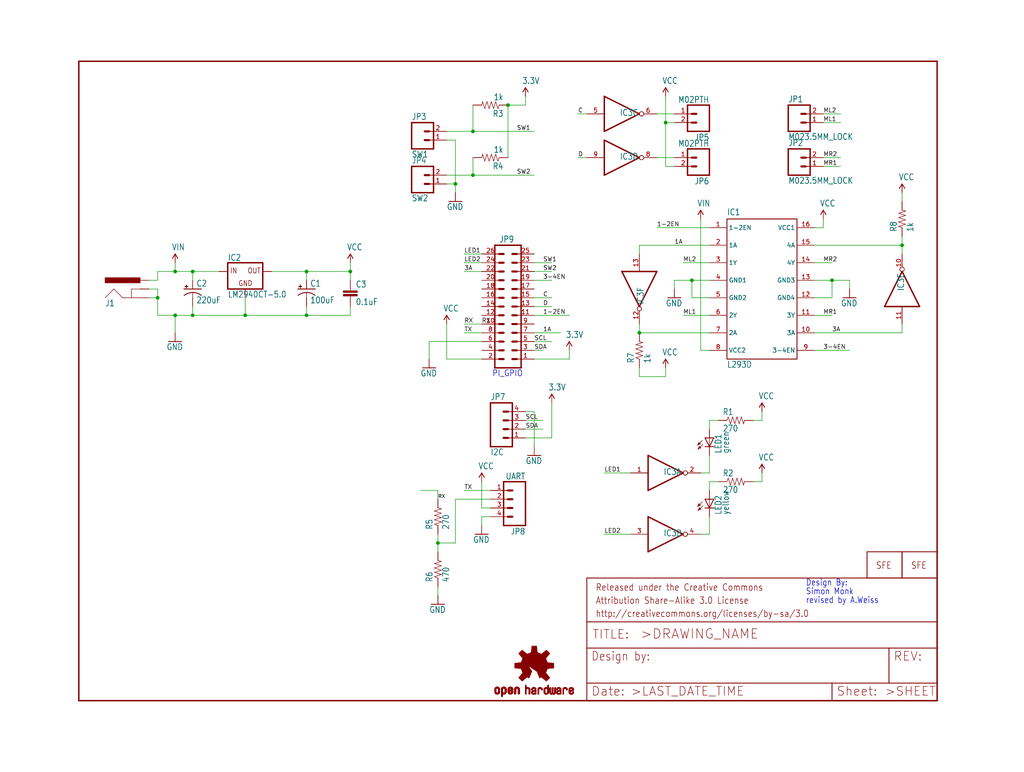
<source format=kicad_sch>
(kicad_sch (version 20211123) (generator eeschema)
  (paper "User" 297.002 223.926)
  (lib_symbols
    (symbol "schematicEagle-eagle-import:3.3V" (power)
      (property "Value" "3.3V" (at -1.016 3.556 0))
      (symbol "3.3V_1_0"
        (pin power_in line (at 0 0 90) (length 2.54) (name "3.3V") (number "1"))
      )
    )
    (symbol "schematicEagle-eagle-import:7406N"
      (property "Reference" "IC" (at -0.635 -0.635 0))
      (symbol "7406N_1_0"
        (pin input line (at -10.16 0 0) (length 5.08) (name "I") (number "1"))
        (pin open_collector inverted (at 10.16 0 180) (length 5.08) (name "O") (number "2"))
      )
      (symbol "7406N_2_0"
        (pin input line (at -10.16 0 0) (length 5.08) (name "I") (number "3"))
        (pin open_collector inverted (at 10.16 0 180) (length 5.08) (name "O") (number "4"))
      )
      (symbol "7406N_3_0"
        (pin input line (at -10.16 0 0) (length 5.08) (name "I") (number "5"))
        (pin open_collector inverted (at 10.16 0 180) (length 5.08) (name "O") (number "6"))
      )
      (symbol "7406N_4_0"
        (pin open_collector inverted (at 10.16 0 180) (length 5.08) (name "O") (number "8"))
        (pin input line (at -10.16 0 0) (length 5.08) (name "I") (number "9"))
      )
      (symbol "7406N_5_0"
        (pin open_collector inverted (at 10.16 0 180) (length 5.08) (name "O") (number "10"))
        (pin input line (at -10.16 0 0) (length 5.08) (name "I") (number "11"))
      )
      (symbol "7406N_6_0"
        (pin open_collector inverted (at 10.16 0 180) (length 5.08) (name "O") (number "12"))
        (pin input line (at -10.16 0 0) (length 5.08) (name "I") (number "13"))
      )
      (symbol "7406N_7_0"
        (text "GND" (at 1.905 -5.842 900) (effects (font (size 1.27 1.0795)) (justify left bottom)))
        (text "VCC" (at 1.905 2.54 900) (effects (font (size 1.27 1.0795)) (justify left bottom)))
        (pin power_in line (at 0 7.62 270) (length 5.08) (name "VCC") (number "14"))
        (pin power_in line (at 0 -7.62 90) (length 5.08) (name "GND") (number "7"))
      )
    )
    (symbol "schematicEagle-eagle-import:CAPKIT"
      (property "Reference" "C" (at 1.524 2.921 0))
      (property "Value" "CAPKIT" (at 1.524 -2.159 0))
      (symbol "CAPKIT_1_0"
        (pin passive line (at 0 5.08 270) (length 2.54) (name "1") (number "1"))
        (pin passive line (at 0 -2.54 90) (length 2.54) (name "2") (number "2"))
      )
    )
    (symbol "schematicEagle-eagle-import:CAP_POLPTH1"
      (property "Reference" "C" (at 1.016 0.635 0))
      (property "Value" "CAP_POLPTH1" (at 1.016 -4.191 0))
      (symbol "CAP_POLPTH1_1_0"
        (pin passive line (at 0 2.54 270) (length 2.54) (name "+") (number "1"))
        (pin passive line (at 0 -5.08 90) (length 2.54) (name "-") (number "2"))
      )
    )
    (symbol "schematicEagle-eagle-import:FRAME-LETTER"
      (symbol "FRAME-LETTER_2_0"
        (text ">DRAWING_NAME" (at 15.494 17.78 0) (effects (font (size 2.7432 2.7432)) (justify left bottom)))
        (text ">LAST_DATE_TIME" (at 12.7 1.27 0) (effects (font (size 2.54 2.54)) (justify left bottom)))
        (text ">SHEET" (at 86.36 1.27 0) (effects (font (size 2.54 2.54)) (justify left bottom)))
        (text "Attribution Share-Alike 3.0 License" (at 2.54 27.94 0) (effects (font (size 1.9304 1.6408)) (justify left bottom)))
        (text "Date:" (at 1.27 1.27 0) (effects (font (size 2.54 2.54)) (justify left bottom)))
        (text "Design by:" (at 1.27 11.43 0) (effects (font (size 2.54 2.159)) (justify left bottom)))
        (text "http://creativecommons.org/licenses/by-sa/3.0" (at 2.54 24.13 0) (effects (font (size 1.9304 1.6408)) (justify left bottom)))
        (text "Released under the Creative Commons" (at 2.54 31.75 0) (effects (font (size 1.9304 1.6408)) (justify left bottom)))
        (text "REV:" (at 88.9 11.43 0) (effects (font (size 2.54 2.54)) (justify left bottom)))
        (text "Sheet:" (at 72.39 1.27 0) (effects (font (size 2.54 2.54)) (justify left bottom)))
        (text "TITLE:" (at 1.524 17.78 0) (effects (font (size 2.54 2.54)) (justify left bottom)))
      )
    )
    (symbol "schematicEagle-eagle-import:GND" (power)
      (property "Value" "GND" (at -2.54 -2.54 0))
      (symbol "GND_1_0"
        (pin power_in line (at 0 2.54 270) (length 2.54) (name "GND") (number "1"))
      )
    )
    (symbol "schematicEagle-eagle-import:L293D"
      (property "Reference" "IC" (at -10.16 21.336 0))
      (property "Value" "L293D" (at -10.16 -22.86 0))
      (symbol "L293D_1_0"
        (pin input line (at -15.24 17.78 0) (length 5.08) (name "1-2EN") (number "1"))
        (pin input line (at 15.24 -12.7 180) (length 5.08) (name "3A") (number "10"))
        (pin output line (at 15.24 -7.62 180) (length 5.08) (name "3Y") (number "11"))
        (pin power_in line (at 15.24 -2.54 180) (length 5.08) (name "GND4") (number "12"))
        (pin power_in line (at 15.24 2.54 180) (length 5.08) (name "GND3") (number "13"))
        (pin output line (at 15.24 7.62 180) (length 5.08) (name "4Y") (number "14"))
        (pin input line (at 15.24 12.7 180) (length 5.08) (name "4A") (number "15"))
        (pin power_in line (at 15.24 17.78 180) (length 5.08) (name "VCC1") (number "16"))
        (pin input line (at -15.24 12.7 0) (length 5.08) (name "1A") (number "2"))
        (pin output line (at -15.24 7.62 0) (length 5.08) (name "1Y") (number "3"))
        (pin power_in line (at -15.24 2.54 0) (length 5.08) (name "GND1") (number "4"))
        (pin power_in line (at -15.24 -2.54 0) (length 5.08) (name "GND2") (number "5"))
        (pin output line (at -15.24 -7.62 0) (length 5.08) (name "2Y") (number "6"))
        (pin input line (at -15.24 -12.7 0) (length 5.08) (name "2A") (number "7"))
        (pin power_in line (at -15.24 -17.78 0) (length 5.08) (name "VCC2") (number "8"))
        (pin input line (at 15.24 -17.78 180) (length 5.08) (name "3-4EN") (number "9"))
      )
    )
    (symbol "schematicEagle-eagle-import:LED3MM"
      (property "Reference" "LED" (at 3.556 -4.572 90))
      (property "Value" "LED3MM" (at 5.715 -4.572 90))
      (symbol "LED3MM_1_0"
        (pin passive line (at 0 2.54 270) (length 2.54) (name "A") (number "A"))
        (pin passive line (at 0 -5.08 90) (length 2.54) (name "C") (number "K"))
      )
    )
    (symbol "schematicEagle-eagle-import:LOGO-SFENEW"
      (symbol "LOGO-SFENEW_1_0"
        (text "SFE" (at 0 0 0) (effects (font (size 1.9304 1.6408)) (justify left bottom)))
      )
    )
    (symbol "schematicEagle-eagle-import:M023.5MM_LOCK"
      (property "Reference" "JP" (at -2.54 5.842 0))
      (property "Value" "M023.5MM_LOCK" (at -2.54 -5.08 0))
      (symbol "M023.5MM_LOCK_1_0"
        (pin passive line (at 7.62 0 180) (length 5.08) (name "1") (number "1"))
        (pin passive line (at 7.62 2.54 180) (length 5.08) (name "2") (number "2"))
      )
    )
    (symbol "schematicEagle-eagle-import:M02PTH"
      (property "Reference" "JP" (at -2.54 5.842 0))
      (property "Value" "M02PTH" (at -2.54 -5.08 0))
      (symbol "M02PTH_1_0"
        (pin passive line (at 7.62 0 180) (length 5.08) (name "1") (number "1"))
        (pin passive line (at 7.62 2.54 180) (length 5.08) (name "2") (number "2"))
      )
    )
    (symbol "schematicEagle-eagle-import:M04PTH"
      (property "Reference" "JP" (at -5.08 8.382 0))
      (property "Value" "M04PTH" (at -5.08 -7.62 0))
      (symbol "M04PTH_1_0"
        (pin passive line (at 5.08 -2.54 180) (length 5.08) (name "1") (number "1"))
        (pin passive line (at 5.08 0 180) (length 5.08) (name "2") (number "2"))
        (pin passive line (at 5.08 2.54 180) (length 5.08) (name "3") (number "3"))
        (pin passive line (at 5.08 5.08 180) (length 5.08) (name "4") (number "4"))
      )
    )
    (symbol "schematicEagle-eagle-import:M13X22X13"
      (property "Reference" "JP" (at -5.08 18.542 0))
      (property "Value" "M13X22X13" (at -5.08 -20.32 0))
      (symbol "M13X22X13_1_0"
        (pin passive line (at -7.62 15.24 0) (length 5.08) (name "1") (number "1"))
        (pin passive line (at 7.62 5.08 180) (length 5.08) (name "10") (number "10"))
        (pin passive line (at -7.62 2.54 0) (length 5.08) (name "11") (number "11"))
        (pin passive line (at 7.62 2.54 180) (length 5.08) (name "12") (number "12"))
        (pin passive line (at -7.62 0 0) (length 5.08) (name "13") (number "13"))
        (pin passive line (at 7.62 0 180) (length 5.08) (name "14") (number "14"))
        (pin passive line (at -7.62 -2.54 0) (length 5.08) (name "15") (number "15"))
        (pin passive line (at 7.62 -2.54 180) (length 5.08) (name "16") (number "16"))
        (pin passive line (at -7.62 -5.08 0) (length 5.08) (name "17") (number "17"))
        (pin passive line (at 7.62 -5.08 180) (length 5.08) (name "18") (number "18"))
        (pin passive line (at -7.62 -7.62 0) (length 5.08) (name "19") (number "19"))
        (pin passive line (at 7.62 15.24 180) (length 5.08) (name "2") (number "2"))
        (pin passive line (at 7.62 -7.62 180) (length 5.08) (name "20") (number "20"))
        (pin passive line (at -7.62 -10.16 0) (length 5.08) (name "21") (number "21"))
        (pin passive line (at 7.62 -10.16 180) (length 5.08) (name "22") (number "22"))
        (pin passive line (at -7.62 -12.7 0) (length 5.08) (name "23") (number "23"))
        (pin passive line (at 7.62 -12.7 180) (length 5.08) (name "24") (number "24"))
        (pin passive line (at -7.62 -15.24 0) (length 5.08) (name "25") (number "25"))
        (pin passive line (at 7.62 -15.24 180) (length 5.08) (name "26") (number "26"))
        (pin passive line (at -7.62 12.7 0) (length 5.08) (name "3") (number "3"))
        (pin passive line (at 7.62 12.7 180) (length 5.08) (name "4") (number "4"))
        (pin passive line (at -7.62 10.16 0) (length 5.08) (name "5") (number "5"))
        (pin passive line (at 7.62 10.16 180) (length 5.08) (name "6") (number "6"))
        (pin passive line (at -7.62 7.62 0) (length 5.08) (name "7") (number "7"))
        (pin passive line (at 7.62 7.62 180) (length 5.08) (name "8") (number "8"))
        (pin passive line (at -7.62 5.08 0) (length 5.08) (name "9") (number "9"))
      )
    )
    (symbol "schematicEagle-eagle-import:OSHW-LOGOS")
    (symbol "schematicEagle-eagle-import:POWER_JACKPTH_LOCK"
      (property "Reference" "J" (at -10.16 0 0))
      (property "Value" "POWER_JACKPTH_LOCK" (at -10.16 10.16 0))
      (symbol "POWER_JACKPTH_LOCK_1_0"
        (pin bidirectional line (at 2.54 2.54 180) (length 2.54) (name "GND") (number "GND"))
        (pin bidirectional line (at 2.54 5.08 180) (length 2.54) (name "GNDBREAK") (number "GNDBREAK"))
        (pin bidirectional line (at 2.54 7.62 180) (length 2.54) (name "PWR") (number "PWR"))
      )
    )
    (symbol "schematicEagle-eagle-import:RESISTOREZ"
      (property "Reference" "R" (at -3.81 1.4986 0))
      (property "Value" "RESISTOREZ" (at -3.81 -3.302 0))
      (symbol "RESISTOREZ_1_0"
        (pin passive line (at -5.08 0 0) (length 2.54) (name "1") (number "P$1"))
        (pin passive line (at 5.08 0 180) (length 2.54) (name "2") (number "P$2"))
      )
    )
    (symbol "schematicEagle-eagle-import:VCC" (power)
      (property "Value" "VCC" (at -1.016 3.556 0))
      (symbol "VCC_1_0"
        (pin power_in line (at 0 0 90) (length 2.54) (name "VCC") (number "1"))
      )
    )
    (symbol "schematicEagle-eagle-import:VIN" (power)
      (property "Value" "VIN" (at -1.016 3.556 0))
      (symbol "VIN_1_0"
        (pin power_in line (at 0 0 90) (length 2.54) (name "VIN") (number "1"))
      )
    )
    (symbol "schematicEagle-eagle-import:V_REG_78XXSINK"
      (property "Reference" "IC" (at 2.54 -7.62 0))
      (property "Value" "V_REG_78XXSINK" (at 2.54 -10.16 0))
      (symbol "V_REG_78XXSINK_1_0"
        (text "GND" (at -2.032 -4.318 0) (effects (font (size 1.524 1.2954)) (justify left bottom)))
        (text "IN" (at -4.445 -0.635 0) (effects (font (size 1.524 1.2954)) (justify left bottom)))
        (text "OUT" (at 0.635 -0.635 0) (effects (font (size 1.524 1.2954)) (justify left bottom)))
        (pin input line (at 0 -7.62 90) (length 2.54) (name "GND") (number "GND"))
        (pin input line (at -7.62 0 0) (length 2.54) (name "IN") (number "IN"))
        (pin output line (at 7.62 0 180) (length 2.54) (name "OUT") (number "OUT"))
      )
    )
  )
  (junction (at 50.8 78.74))
  (junction (at 147.32 30.48))
  (junction (at 45.72 86.36))
  (junction (at 137.16 50.8))
  (junction (at 127 157.48))
  (junction (at 241.3 81.28))
  (junction (at 185.42 96.52))
  (junction (at 71.12 91.44))
  (junction (at 132.08 53.34))
  (junction (at 55.88 91.44))
  (junction (at 193.04 35.56))
  (junction (at 101.6 78.74))
  (junction (at 88.9 78.74))
  (junction (at 55.88 78.74))
  (junction (at 88.9 91.44))
  (junction (at 50.8 91.44))
  (junction (at 137.16 38.1))
  (junction (at 200.66 81.28))
  (junction (at 261.62 71.12))
  (wire (pts (xy 205.74 81.28) (xy 200.66 81.28)))
  (wire (pts (xy 134.62 78.74) (xy 139.7 78.74)))
  (wire (pts (xy 195.58 83.82) (xy 195.58 81.28)))
  (wire (pts (xy 139.7 142.24) (xy 142.24 142.24)))
  (wire (pts (xy 45.72 86.36) (xy 45.72 91.44)))
  (wire (pts (xy 243.84 45.72) (xy 238.76 45.72)))
  (wire (pts (xy 139.7 144.78) (xy 142.24 144.78)))
  (wire (pts (xy 137.16 50.8) (xy 154.94 50.8)))
  (wire (pts (xy 220.98 137.16) (xy 220.98 139.7)))
  (wire (pts (xy 236.22 101.6) (xy 246.38 101.6)))
  (wire (pts (xy 165.1 91.44) (xy 154.94 91.44)))
  (wire (pts (xy 55.88 91.44) (xy 71.12 91.44)))
  (wire (pts (xy 238.76 33.02) (xy 243.84 33.02)))
  (wire (pts (xy 45.72 83.82) (xy 43.18 83.82)))
  (wire (pts (xy 198.12 91.44) (xy 205.74 91.44)))
  (wire (pts (xy 88.9 78.74) (xy 88.9 81.28)))
  (wire (pts (xy 220.98 139.7) (xy 218.44 139.7)))
  (wire (pts (xy 198.12 76.2) (xy 205.74 76.2)))
  (wire (pts (xy 193.04 109.22) (xy 185.42 109.22)))
  (wire (pts (xy 162.56 96.52) (xy 154.94 96.52)))
  (wire (pts (xy 157.48 121.92) (xy 152.4 121.92)))
  (wire (pts (xy 137.16 38.1) (xy 154.94 38.1)))
  (wire (pts (xy 241.3 86.36) (xy 241.3 81.28)))
  (wire (pts (xy 205.74 154.94) (xy 203.2 154.94)))
  (wire (pts (xy 200.66 86.36) (xy 205.74 86.36)))
  (wire (pts (xy 45.72 86.36) (xy 45.72 83.82)))
  (wire (pts (xy 205.74 124.46) (xy 205.74 121.92)))
  (wire (pts (xy 88.9 78.74) (xy 101.6 78.74)))
  (wire (pts (xy 160.02 127) (xy 152.4 127)))
  (wire (pts (xy 157.48 124.46) (xy 152.4 124.46)))
  (wire (pts (xy 152.4 119.38) (xy 154.94 119.38)))
  (wire (pts (xy 129.54 40.64) (xy 132.08 40.64)))
  (wire (pts (xy 101.6 91.44) (xy 101.6 88.9)))
  (wire (pts (xy 50.8 76.2) (xy 50.8 78.74)))
  (wire (pts (xy 236.22 81.28) (xy 241.3 81.28)))
  (wire (pts (xy 129.54 93.98) (xy 129.54 104.14)))
  (wire (pts (xy 88.9 91.44) (xy 101.6 91.44)))
  (wire (pts (xy 238.76 35.56) (xy 243.84 35.56)))
  (wire (pts (xy 193.04 48.26) (xy 193.04 35.56)))
  (wire (pts (xy 127 154.94) (xy 127 157.48)))
  (wire (pts (xy 132.08 53.34) (xy 132.08 55.88)))
  (wire (pts (xy 129.54 53.34) (xy 132.08 53.34)))
  (wire (pts (xy 139.7 99.06) (xy 124.46 99.06)))
  (wire (pts (xy 139.7 139.7) (xy 139.7 147.32)))
  (wire (pts (xy 160.02 88.9) (xy 154.94 88.9)))
  (wire (pts (xy 88.9 91.44) (xy 88.9 88.9)))
  (wire (pts (xy 137.16 50.8) (xy 129.54 50.8)))
  (wire (pts (xy 203.2 101.6) (xy 203.2 63.5)))
  (wire (pts (xy 236.22 86.36) (xy 241.3 86.36)))
  (wire (pts (xy 193.04 35.56) (xy 193.04 27.94)))
  (wire (pts (xy 134.62 73.66) (xy 139.7 73.66)))
  (wire (pts (xy 132.08 157.48) (xy 127 157.48)))
  (wire (pts (xy 246.38 81.28) (xy 241.3 81.28)))
  (wire (pts (xy 154.94 99.06) (xy 160.02 99.06)))
  (wire (pts (xy 160.02 78.74) (xy 154.94 78.74)))
  (wire (pts (xy 205.74 149.86) (xy 205.74 154.94)))
  (wire (pts (xy 124.46 99.06) (xy 124.46 104.14)))
  (wire (pts (xy 190.5 33.02) (xy 195.58 33.02)))
  (wire (pts (xy 154.94 119.38) (xy 154.94 129.54)))
  (wire (pts (xy 200.66 81.28) (xy 200.66 86.36)))
  (wire (pts (xy 134.62 96.52) (xy 139.7 96.52)))
  (wire (pts (xy 205.74 101.6) (xy 203.2 101.6)))
  (wire (pts (xy 160.02 116.84) (xy 160.02 127)))
  (wire (pts (xy 132.08 157.48) (xy 132.08 144.78)))
  (wire (pts (xy 139.7 93.98) (xy 134.62 93.98)))
  (wire (pts (xy 101.6 78.74) (xy 101.6 81.28)))
  (wire (pts (xy 193.04 48.26) (xy 195.58 48.26)))
  (wire (pts (xy 185.42 109.22) (xy 185.42 106.68)))
  (wire (pts (xy 160.02 76.2) (xy 154.94 76.2)))
  (wire (pts (xy 175.26 137.16) (xy 182.88 137.16)))
  (wire (pts (xy 132.08 144.78) (xy 139.7 144.78)))
  (wire (pts (xy 127 157.48) (xy 127 160.02)))
  (wire (pts (xy 154.94 104.14) (xy 165.1 104.14)))
  (wire (pts (xy 147.32 45.72) (xy 147.32 30.48)))
  (wire (pts (xy 195.58 35.56) (xy 193.04 35.56)))
  (wire (pts (xy 205.74 66.04) (xy 190.5 66.04)))
  (wire (pts (xy 195.58 45.72) (xy 190.5 45.72)))
  (wire (pts (xy 261.62 68.58) (xy 261.62 71.12)))
  (wire (pts (xy 55.88 78.74) (xy 63.5 78.74)))
  (wire (pts (xy 261.62 93.98) (xy 261.62 96.52)))
  (wire (pts (xy 236.22 71.12) (xy 261.62 71.12)))
  (wire (pts (xy 50.8 78.74) (xy 55.88 78.74)))
  (wire (pts (xy 205.74 132.08) (xy 205.74 137.16)))
  (wire (pts (xy 160.02 86.36) (xy 154.94 86.36)))
  (wire (pts (xy 205.74 71.12) (xy 185.42 71.12)))
  (wire (pts (xy 241.3 76.2) (xy 236.22 76.2)))
  (wire (pts (xy 236.22 66.04) (xy 238.76 66.04)))
  (wire (pts (xy 238.76 48.26) (xy 243.84 48.26)))
  (wire (pts (xy 261.62 71.12) (xy 261.62 73.66)))
  (wire (pts (xy 101.6 76.2) (xy 101.6 78.74)))
  (wire (pts (xy 45.72 91.44) (xy 50.8 91.44)))
  (wire (pts (xy 139.7 147.32) (xy 142.24 147.32)))
  (wire (pts (xy 185.42 73.66) (xy 185.42 71.12)))
  (wire (pts (xy 160.02 81.28) (xy 154.94 81.28)))
  (wire (pts (xy 43.18 86.36) (xy 45.72 86.36)))
  (wire (pts (xy 170.18 33.02) (xy 167.64 33.02)))
  (wire (pts (xy 139.7 149.86) (xy 139.7 152.4)))
  (wire (pts (xy 185.42 96.52) (xy 205.74 96.52)))
  (wire (pts (xy 154.94 101.6) (xy 157.48 101.6)))
  (wire (pts (xy 147.32 30.48) (xy 152.4 30.48)))
  (wire (pts (xy 139.7 149.86) (xy 142.24 149.86)))
  (wire (pts (xy 261.62 55.88) (xy 261.62 58.42)))
  (wire (pts (xy 205.74 121.92) (xy 208.28 121.92)))
  (wire (pts (xy 137.16 38.1) (xy 137.16 30.48)))
  (wire (pts (xy 193.04 106.68) (xy 193.04 109.22)))
  (wire (pts (xy 134.62 76.2) (xy 139.7 76.2)))
  (wire (pts (xy 205.74 137.16) (xy 203.2 137.16)))
  (wire (pts (xy 129.54 104.14) (xy 139.7 104.14)))
  (wire (pts (xy 134.62 142.24) (xy 139.7 142.24)))
  (wire (pts (xy 137.16 50.8) (xy 137.16 45.72)))
  (wire (pts (xy 195.58 81.28) (xy 200.66 81.28)))
  (wire (pts (xy 236.22 91.44) (xy 241.3 91.44)))
  (wire (pts (xy 127 172.72) (xy 127 170.18)))
  (wire (pts (xy 127 142.24) (xy 121.92 142.24)))
  (wire (pts (xy 50.8 96.52) (xy 50.8 91.44)))
  (wire (pts (xy 208.28 139.7) (xy 205.74 139.7)))
  (wire (pts (xy 220.98 121.92) (xy 218.44 121.92)))
  (wire (pts (xy 182.88 154.94) (xy 175.26 154.94)))
  (wire (pts (xy 132.08 40.64) (xy 132.08 53.34)))
  (wire (pts (xy 78.74 78.74) (xy 88.9 78.74)))
  (wire (pts (xy 220.98 119.38) (xy 220.98 121.92)))
  (wire (pts (xy 236.22 96.52) (xy 261.62 96.52)))
  (wire (pts (xy 185.42 93.98) (xy 185.42 96.52)))
  (wire (pts (xy 238.76 66.04) (xy 238.76 63.5)))
  (wire (pts (xy 165.1 104.14) (xy 165.1 101.6)))
  (wire (pts (xy 129.54 38.1) (xy 137.16 38.1)))
  (wire (pts (xy 50.8 91.44) (xy 55.88 91.44)))
  (wire (pts (xy 246.38 83.82) (xy 246.38 81.28)))
  (wire (pts (xy 170.18 45.72) (xy 167.64 45.72)))
  (wire (pts (xy 45.72 81.28) (xy 45.72 78.74)))
  (wire (pts (xy 71.12 91.44) (xy 88.9 91.44)))
  (wire (pts (xy 71.12 86.36) (xy 71.12 91.44)))
  (wire (pts (xy 205.74 139.7) (xy 205.74 142.24)))
  (wire (pts (xy 152.4 30.48) (xy 152.4 27.94)))
  (wire (pts (xy 55.88 88.9) (xy 55.88 91.44)))
  (wire (pts (xy 43.18 81.28) (xy 45.72 81.28)))
  (wire (pts (xy 127 144.78) (xy 127 142.24)))
  (wire (pts (xy 55.88 78.74) (xy 55.88 81.28)))
  (wire (pts (xy 45.72 78.74) (xy 50.8 78.74)))
  (text "revised by A.Weiss" (at 233.68 175.26 180) (effects (font (size 1.778 1.5113)) (justify left bottom)))
  (text "PI_GPIO" (at 142.748 109.474 180) (effects (font (size 1.778 1.5113)) (justify left bottom)))
  (text "Design By:" (at 233.68 170.18 180) (effects (font (size 1.778 1.5113)) (justify left bottom)))
  (text "Simon Monk" (at 233.68 172.72 180) (effects (font (size 1.778 1.5113)) (justify left bottom)))
  (label "SDA" (at 154.94 101.6 0) (effects (font (size 1.2446 1.2446))))
  (label "SCL" (at 152.4 121.92 0) (effects (font (size 1.2446 1.2446))))
  (label "MR2" (at 238.76 45.72 0) (effects (font (size 1.2446 1.2446))))
  (label "LED2" (at 175.26 154.94 0) (effects (font (size 1.2446 1.2446))))
  (label "SW2" (at 149.86 50.8 0) (effects (font (size 1.2446 1.2446))))
  (label "C" (at 157.48 86.36 0) (effects (font (size 1.2446 1.2446))))
  (label "SDA" (at 152.4 124.46 0) (effects (font (size 1.2446 1.2446))))
  (label "MR1" (at 238.76 48.26 0) (effects (font (size 1.2446 1.2446))))
  (label "LED1" (at 175.26 137.16 0) (effects (font (size 1.2446 1.2446))))
  (label "LED2" (at 134.62 76.2 0) (effects (font (size 1.2446 1.2446))))
  (label "TX" (at 134.62 142.24 0) (effects (font (size 1.2446 1.2446))))
  (label "TX" (at 134.62 96.52 0) (effects (font (size 1.2446 1.2446))))
  (label "RX" (at 139.7 93.98 0) (effects (font (size 1.2446 1.2446))))
  (label "3A" (at 134.62 78.74 0) (effects (font (size 1.2446 1.2446))))
  (label "ML2" (at 198.12 76.2 0) (effects (font (size 1.2446 1.2446))))
  (label "SCL" (at 154.94 99.06 0) (effects (font (size 1.2446 1.2446))))
  (label "MR1" (at 238.76 91.44 0) (effects (font (size 1.2446 1.2446))))
  (label "ML1" (at 238.76 35.56 0) (effects (font (size 1.2446 1.2446))))
  (label "RX" (at 134.62 93.98 0) (effects (font (size 1.2446 1.2446))))
  (label "ML2" (at 238.76 33.02 0) (effects (font (size 1.2446 1.2446))))
  (label "RX" (at 127 144.78 0) (effects (font (size 1.016 1.016))))
  (label "SW1" (at 157.48 76.2 0) (effects (font (size 1.2446 1.2446))))
  (label "1A" (at 157.48 96.52 0) (effects (font (size 1.2446 1.2446))))
  (label "D" (at 167.64 45.72 0) (effects (font (size 1.2446 1.2446))))
  (label "MR2" (at 238.76 76.2 0) (effects (font (size 1.2446 1.2446))))
  (label "3A" (at 241.3 96.52 0) (effects (font (size 1.2446 1.2446))))
  (label "D" (at 157.48 88.9 0) (effects (font (size 1.2446 1.2446))))
  (label "SW1" (at 149.86 38.1 0) (effects (font (size 1.2446 1.2446))))
  (label "1A" (at 195.58 71.12 0) (effects (font (size 1.2446 1.2446))))
  (label "C" (at 167.64 33.02 0) (effects (font (size 1.2446 1.2446))))
  (label "3-4EN" (at 238.76 101.6 0) (effects (font (size 1.2446 1.2446))))
  (label "1-2EN" (at 190.5 66.04 0) (effects (font (size 1.2446 1.2446))))
  (label "1-2EN" (at 157.48 91.44 0) (effects (font (size 1.2446 1.2446))))
  (label "SW2" (at 157.48 78.74 0) (effects (font (size 1.2446 1.2446))))
  (label "3-4EN" (at 157.48 81.28 0) (effects (font (size 1.2446 1.2446))))
  (label "LED1" (at 134.62 73.66 0) (effects (font (size 1.2446 1.2446))))
  (label "ML1" (at 198.12 91.44 0) (effects (font (size 1.2446 1.2446))))
  (symbol (lib_id "schematicEagle-eagle-import:GND") (at 246.38 86.36 0) (unit 1)
    (property "Reference" "#GND2" (effects hide))
    (property "Value" "GND" (at 243.84 88.9 0) (effects (font (size 1.778 1.5113)) (justify left bottom)))
    (property "Footprint" "schematicEagle:" (effects hide))
  )
  (symbol (lib_id "schematicEagle-eagle-import:GND") (at 154.94 132.08 0) (unit 1)
    (property "Reference" "#GND1" (effects hide))
    (property "Value" "GND" (at 152.4 134.62 0) (effects (font (size 1.778 1.5113)) (justify left bottom)))
    (property "Footprint" "schematicEagle:" (effects hide))
  )
  (symbol (lib_id "schematicEagle-eagle-import:VIN") (at 50.8 76.2 0) (unit 1)
    (property "Reference" "#U$2" (effects hide))
    (property "Value" "VIN" (at 49.784 72.644 0) (effects (font (size 1.778 1.5113)) (justify left bottom)))
    (property "Footprint" "schematicEagle:" (effects hide))
  )
  (symbol (lib_id "schematicEagle-eagle-import:7406N") (at 193.04 137.16 0) (unit 1)
    (property "Reference" "IC3" (at 192.405 137.795 0) (effects (font (size 1.778 1.5113)) (justify left bottom)))
    (property "Value" "7406N" (effects hide))
    (property "Footprint" "schematicEagle:DIL14" (effects hide))
  )
  (symbol (lib_id "schematicEagle-eagle-import:VCC") (at 238.76 63.5 0) (unit 1)
    (property "Reference" "#P+3" (effects hide))
    (property "Value" "VCC" (at 237.744 59.944 0) (effects (font (size 1.778 1.5113)) (justify left bottom)))
    (property "Footprint" "schematicEagle:" (effects hide))
  )
  (symbol (lib_id "schematicEagle-eagle-import:RESISTOREZ") (at 213.36 121.92 0) (unit 1)
    (property "Reference" "R1" (at 209.55 120.4214 0) (effects (font (size 1.778 1.5113)) (justify left bottom)))
    (property "Value" "270" (at 209.55 125.222 0) (effects (font (size 1.778 1.5113)) (justify left bottom)))
    (property "Footprint" "schematicEagle:AXIAL-0.3EZ" (effects hide))
  )
  (symbol (lib_id "schematicEagle-eagle-import:GND") (at 195.58 86.36 0) (unit 1)
    (property "Reference" "#GND3" (effects hide))
    (property "Value" "GND" (at 193.04 88.9 0) (effects (font (size 1.778 1.5113)) (justify left bottom)))
    (property "Footprint" "schematicEagle:" (effects hide))
  )
  (symbol (lib_id "schematicEagle-eagle-import:7406N") (at 180.34 45.72 0) (unit 4)
    (property "Reference" "IC3" (at 179.705 46.355 0) (effects (font (size 1.778 1.5113)) (justify left bottom)))
    (property "Value" "7406N" (effects hide))
    (property "Footprint" "schematicEagle:DIL14" (effects hide))
  )
  (symbol (lib_id "schematicEagle-eagle-import:M04PTH") (at 147.32 144.78 180) (unit 1)
    (property "Reference" "JP8" (at 152.4 153.162 0) (effects (font (size 1.778 1.5113)) (justify left bottom)))
    (property "Value" "UART" (at 152.4 137.16 0) (effects (font (size 1.778 1.5113)) (justify left bottom)))
    (property "Footprint" "schematicEagle:1X04" (effects hide))
  )
  (symbol (lib_id "schematicEagle-eagle-import:LED3MM") (at 205.74 127 0) (unit 1)
    (property "Reference" "LED1" (at 209.296 131.572 90) (effects (font (size 1.778 1.5113)) (justify left bottom)))
    (property "Value" "green" (at 211.455 131.572 90) (effects (font (size 1.778 1.5113)) (justify left bottom)))
    (property "Footprint" "schematicEagle:LED3MM" (effects hide))
  )
  (symbol (lib_id "schematicEagle-eagle-import:RESISTOREZ") (at 127 149.86 90) (unit 1)
    (property "Reference" "R5" (at 125.5014 153.67 0) (effects (font (size 1.778 1.5113)) (justify left bottom)))
    (property "Value" "270" (at 130.302 153.67 0) (effects (font (size 1.778 1.5113)) (justify left bottom)))
    (property "Footprint" "schematicEagle:AXIAL-0.3EZ" (effects hide))
  )
  (symbol (lib_id "schematicEagle-eagle-import:RESISTOREZ") (at 185.42 101.6 90) (unit 1)
    (property "Reference" "R7" (at 183.9214 105.41 0) (effects (font (size 1.778 1.5113)) (justify left bottom)))
    (property "Value" "1k" (at 188.722 105.41 0) (effects (font (size 1.778 1.5113)) (justify left bottom)))
    (property "Footprint" "schematicEagle:AXIAL-0.3EZ" (effects hide))
  )
  (symbol (lib_id "schematicEagle-eagle-import:VCC") (at 220.98 119.38 0) (unit 1)
    (property "Reference" "#P+7" (effects hide))
    (property "Value" "VCC" (at 219.964 115.824 0) (effects (font (size 1.778 1.5113)) (justify left bottom)))
    (property "Footprint" "schematicEagle:" (effects hide))
  )
  (symbol (lib_id "schematicEagle-eagle-import:3.3V") (at 152.4 27.94 0) (unit 1)
    (property "Reference" "#P+11" (effects hide))
    (property "Value" "3.3V" (at 151.384 24.384 0) (effects (font (size 1.778 1.5113)) (justify left bottom)))
    (property "Footprint" "schematicEagle:" (effects hide))
  )
  (symbol (lib_id "schematicEagle-eagle-import:GND") (at 139.7 154.94 0) (unit 1)
    (property "Reference" "#GND4" (effects hide))
    (property "Value" "GND" (at 137.16 157.48 0) (effects (font (size 1.778 1.5113)) (justify left bottom)))
    (property "Footprint" "schematicEagle:" (effects hide))
  )
  (symbol (lib_id "schematicEagle-eagle-import:M02PTH") (at 203.2 45.72 180) (unit 1)
    (property "Reference" "JP6" (at 205.74 51.562 0) (effects (font (size 1.778 1.5113)) (justify left bottom)))
    (property "Value" "M02PTH" (at 205.74 40.64 0) (effects (font (size 1.778 1.5113)) (justify left bottom)))
    (property "Footprint" "schematicEagle:1X02" (effects hide))
  )
  (symbol (lib_id "schematicEagle-eagle-import:GND") (at 50.8 99.06 0) (unit 1)
    (property "Reference" "#GND6" (effects hide))
    (property "Value" "GND" (at 48.26 101.6 0) (effects (font (size 1.778 1.5113)) (justify left bottom)))
    (property "Footprint" "schematicEagle:" (effects hide))
  )
  (symbol (lib_id "schematicEagle-eagle-import:RESISTOREZ") (at 142.24 30.48 180) (unit 1)
    (property "Reference" "R3" (at 146.05 31.9786 0) (effects (font (size 1.778 1.5113)) (justify left bottom)))
    (property "Value" "1k" (at 146.05 27.178 0) (effects (font (size 1.778 1.5113)) (justify left bottom)))
    (property "Footprint" "schematicEagle:AXIAL-0.3EZ" (effects hide))
  )
  (symbol (lib_id "schematicEagle-eagle-import:GND") (at 132.08 58.42 0) (unit 1)
    (property "Reference" "#GND7" (effects hide))
    (property "Value" "GND" (at 129.54 60.96 0) (effects (font (size 1.778 1.5113)) (justify left bottom)))
    (property "Footprint" "schematicEagle:" (effects hide))
  )
  (symbol (lib_id "schematicEagle-eagle-import:3.3V") (at 165.1 101.6 0) (unit 1)
    (property "Reference" "#P+13" (effects hide))
    (property "Value" "3.3V" (at 164.084 98.044 0) (effects (font (size 1.778 1.5113)) (justify left bottom)))
    (property "Footprint" "schematicEagle:" (effects hide))
  )
  (symbol (lib_id "schematicEagle-eagle-import:VCC") (at 101.6 76.2 0) (unit 1)
    (property "Reference" "#P+1" (effects hide))
    (property "Value" "VCC" (at 100.584 72.644 0) (effects (font (size 1.778 1.5113)) (justify left bottom)))
    (property "Footprint" "schematicEagle:" (effects hide))
  )
  (symbol (lib_id "schematicEagle-eagle-import:VCC") (at 193.04 106.68 0) (unit 1)
    (property "Reference" "#P+14" (effects hide))
    (property "Value" "VCC" (at 192.024 103.124 0) (effects (font (size 1.778 1.5113)) (justify left bottom)))
    (property "Footprint" "schematicEagle:" (effects hide))
  )
  (symbol (lib_id "schematicEagle-eagle-import:M02PTH") (at 203.2 33.02 180) (unit 1)
    (property "Reference" "JP5" (at 205.74 38.862 0) (effects (font (size 1.778 1.5113)) (justify left bottom)))
    (property "Value" "M02PTH" (at 205.74 27.94 0) (effects (font (size 1.778 1.5113)) (justify left bottom)))
    (property "Footprint" "schematicEagle:1X02" (effects hide))
  )
  (symbol (lib_id "schematicEagle-eagle-import:GND") (at 124.46 106.68 0) (unit 1)
    (property "Reference" "#GND5" (effects hide))
    (property "Value" "GND" (at 121.92 109.22 0) (effects (font (size 1.778 1.5113)) (justify left bottom)))
    (property "Footprint" "schematicEagle:" (effects hide))
  )
  (symbol (lib_id "schematicEagle-eagle-import:GND") (at 127 175.26 0) (unit 1)
    (property "Reference" "#GND8" (effects hide))
    (property "Value" "GND" (at 124.46 177.8 0) (effects (font (size 1.778 1.5113)) (justify left bottom)))
    (property "Footprint" "schematicEagle:" (effects hide))
  )
  (symbol (lib_id "schematicEagle-eagle-import:VCC") (at 220.98 137.16 0) (unit 1)
    (property "Reference" "#P+8" (effects hide))
    (property "Value" "VCC" (at 219.964 133.604 0) (effects (font (size 1.778 1.5113)) (justify left bottom)))
    (property "Footprint" "schematicEagle:" (effects hide))
  )
  (symbol (lib_id "schematicEagle-eagle-import:VCC") (at 261.62 55.88 0) (unit 1)
    (property "Reference" "#P+9" (effects hide))
    (property "Value" "VCC" (at 260.604 52.324 0) (effects (font (size 1.778 1.5113)) (justify left bottom)))
    (property "Footprint" "schematicEagle:" (effects hide))
  )
  (symbol (lib_id "schematicEagle-eagle-import:VCC") (at 193.04 27.94 0) (unit 1)
    (property "Reference" "#P+10" (effects hide))
    (property "Value" "VCC" (at 192.024 24.384 0) (effects (font (size 1.778 1.5113)) (justify left bottom)))
    (property "Footprint" "schematicEagle:" (effects hide))
  )
  (symbol (lib_id "schematicEagle-eagle-import:RESISTOREZ") (at 261.62 63.5 90) (unit 1)
    (property "Reference" "R8" (at 260.1214 67.31 0) (effects (font (size 1.778 1.5113)) (justify left bottom)))
    (property "Value" "1k" (at 264.922 67.31 0) (effects (font (size 1.778 1.5113)) (justify left bottom)))
    (property "Footprint" "schematicEagle:AXIAL-0.3EZ" (effects hide))
  )
  (symbol (lib_id "schematicEagle-eagle-import:M02PTH") (at 121.92 40.64 0) (unit 1)
    (property "Reference" "JP3" (at 119.38 34.798 0) (effects (font (size 1.778 1.5113)) (justify left bottom)))
    (property "Value" "SW1" (at 119.38 45.72 0) (effects (font (size 1.778 1.5113)) (justify left bottom)))
    (property "Footprint" "schematicEagle:1X02" (effects hide))
  )
  (symbol (lib_id "schematicEagle-eagle-import:LOGO-SFENEW") (at 264.16 165.1 0) (unit 1)
    (property "Reference" "JP10" (effects hide))
    (property "Value" "LOGO-SFENEW" (effects hide))
    (property "Footprint" "schematicEagle:SFE-NEW-WEBLOGO" (effects hide))
  )
  (symbol (lib_id "schematicEagle-eagle-import:OSHW-LOGOS") (at 154.94 193.04 0) (unit 1)
    (property "Reference" "U$4" (effects hide))
    (property "Value" "OSHW-LOGOS" (effects hide))
    (property "Footprint" "schematicEagle:OSHW-LOGO-S" (effects hide))
  )
  (symbol (lib_id "schematicEagle-eagle-import:7406N") (at 185.42 83.82 270) (unit 6)
    (property "Reference" "IC3" (at 184.785 83.185 0) (effects (font (size 1.778 1.5113)) (justify left bottom)))
    (property "Value" "7406N" (effects hide))
    (property "Footprint" "schematicEagle:DIL14" (effects hide))
  )
  (symbol (lib_id "schematicEagle-eagle-import:VCC") (at 139.7 139.7 0) (unit 1)
    (property "Reference" "#P+12" (effects hide))
    (property "Value" "VCC" (at 138.684 136.144 0) (effects (font (size 1.778 1.5113)) (justify left bottom)))
    (property "Footprint" "schematicEagle:" (effects hide))
  )
  (symbol (lib_id "schematicEagle-eagle-import:M02PTH") (at 121.92 53.34 0) (unit 1)
    (property "Reference" "JP4" (at 119.38 47.498 0) (effects (font (size 1.778 1.5113)) (justify left bottom)))
    (property "Value" "SW2" (at 119.38 58.42 0) (effects (font (size 1.778 1.5113)) (justify left bottom)))
    (property "Footprint" "schematicEagle:1X02" (effects hide))
  )
  (symbol (lib_id "schematicEagle-eagle-import:RESISTOREZ") (at 142.24 45.72 180) (unit 1)
    (property "Reference" "R4" (at 146.05 47.2186 0) (effects (font (size 1.778 1.5113)) (justify left bottom)))
    (property "Value" "1k" (at 146.05 42.418 0) (effects (font (size 1.778 1.5113)) (justify left bottom)))
    (property "Footprint" "schematicEagle:AXIAL-0.3EZ" (effects hide))
  )
  (symbol (lib_id "schematicEagle-eagle-import:V_REG_78XXSINK") (at 71.12 78.74 0) (unit 1)
    (property "Reference" "IC2" (at 66.04 75.692 0) (effects (font (size 1.778 1.5113)) (justify left bottom)))
    (property "Value" "LM2940CT-5.0" (at 66.04 86.36 0) (effects (font (size 1.778 1.5113)) (justify left bottom)))
    (property "Footprint" "schematicEagle:TO220-IGO" (effects hide))
  )
  (symbol (lib_id "schematicEagle-eagle-import:POWER_JACKPTH_LOCK") (at 40.64 88.9 0) (unit 1)
    (property "Reference" "J1" (at 30.48 88.9 0) (effects (font (size 1.778 1.5113)) (justify left bottom)))
    (property "Value" "POWER_JACKPTH_LOCK" (effects hide))
    (property "Footprint" "schematicEagle:POWER_JACK_PTH_LOCK" (effects hide))
  )
  (symbol (lib_id "schematicEagle-eagle-import:CAP_POLPTH1") (at 88.9 83.82 0) (unit 1)
    (property "Reference" "C1" (at 89.916 83.185 0) (effects (font (size 1.778 1.5113)) (justify left bottom)))
    (property "Value" "100uF" (at 89.916 88.011 0) (effects (font (size 1.778 1.5113)) (justify left bottom)))
    (property "Footprint" "schematicEagle:CPOL-RADIAL-100UF-25V" (effects hide))
  )
  (symbol (lib_id "schematicEagle-eagle-import:M023.5MM_LOCK") (at 231.14 48.26 0) (unit 1)
    (property "Reference" "JP2" (at 228.6 42.418 0) (effects (font (size 1.778 1.5113)) (justify left bottom)))
    (property "Value" "M023.5MM_LOCK" (at 228.6 53.34 0) (effects (font (size 1.778 1.5113)) (justify left bottom)))
    (property "Footprint" "schematicEagle:SCREWTERMINAL-3.5MM-2_LOCK" (effects hide))
  )
  (symbol (lib_id "schematicEagle-eagle-import:7406N") (at 193.04 154.94 0) (unit 2)
    (property "Reference" "IC3" (at 192.405 155.575 0) (effects (font (size 1.778 1.5113)) (justify left bottom)))
    (property "Value" "7406N" (effects hide))
    (property "Footprint" "schematicEagle:DIL14" (effects hide))
  )
  (symbol (lib_id "schematicEagle-eagle-import:RESISTOREZ") (at 213.36 139.7 0) (unit 1)
    (property "Reference" "R2" (at 209.55 138.2014 0) (effects (font (size 1.778 1.5113)) (justify left bottom)))
    (property "Value" "270" (at 209.55 143.002 0) (effects (font (size 1.778 1.5113)) (justify left bottom)))
    (property "Footprint" "schematicEagle:AXIAL-0.3EZ" (effects hide))
  )
  (symbol (lib_id "schematicEagle-eagle-import:CAPKIT") (at 101.6 86.36 0) (unit 1)
    (property "Reference" "C3" (at 103.124 83.439 0) (effects (font (size 1.778 1.5113)) (justify left bottom)))
    (property "Value" "0.1uF" (at 103.124 88.519 0) (effects (font (size 1.778 1.5113)) (justify left bottom)))
    (property "Footprint" "schematicEagle:CAP-PTH-SMALL-KIT" (effects hide))
  )
  (symbol (lib_id "schematicEagle-eagle-import:LOGO-SFENEW") (at 254 165.1 0) (unit 1)
    (property "Reference" "JP11" (effects hide))
    (property "Value" "LOGO-SFENEW" (effects hide))
    (property "Footprint" "schematicEagle:SFE-NEW-WEBLOGO" (effects hide))
  )
  (symbol (lib_id "schematicEagle-eagle-import:3.3V") (at 160.02 116.84 0) (unit 1)
    (property "Reference" "#P+6" (effects hide))
    (property "Value" "3.3V" (at 159.004 113.284 0) (effects (font (size 1.778 1.5113)) (justify left bottom)))
    (property "Footprint" "schematicEagle:" (effects hide))
  )
  (symbol (lib_id "schematicEagle-eagle-import:M04PTH") (at 147.32 124.46 0) (unit 1)
    (property "Reference" "JP7" (at 142.24 116.078 0) (effects (font (size 1.778 1.5113)) (justify left bottom)))
    (property "Value" "I2C" (at 142.24 132.08 0) (effects (font (size 1.778 1.5113)) (justify left bottom)))
    (property "Footprint" "schematicEagle:1X04" (effects hide))
  )
  (symbol (lib_id "schematicEagle-eagle-import:FRAME-LETTER") (at 170.18 203.2 0) (unit 2)
    (property "Reference" "FRAME1" (effects hide))
    (property "Value" "FRAME-LETTER" (effects hide))
    (property "Footprint" "schematicEagle:CREATIVE_COMMONS" (effects hide))
  )
  (symbol (lib_id "schematicEagle-eagle-import:FRAME-LETTER") (at 22.86 203.2 0) (unit 1)
    (property "Reference" "FRAME1" (effects hide))
    (property "Value" "FRAME-LETTER" (effects hide))
    (property "Footprint" "schematicEagle:CREATIVE_COMMONS" (effects hide))
  )
  (symbol (lib_id "schematicEagle-eagle-import:VCC") (at 129.54 93.98 0) (unit 1)
    (property "Reference" "#P+2" (effects hide))
    (property "Value" "VCC" (at 128.524 90.424 0) (effects (font (size 1.778 1.5113)) (justify left bottom)))
    (property "Footprint" "schematicEagle:" (effects hide))
  )
  (symbol (lib_id "schematicEagle-eagle-import:RESISTOREZ") (at 127 165.1 90) (unit 1)
    (property "Reference" "R6" (at 125.5014 168.91 0) (effects (font (size 1.778 1.5113)) (justify left bottom)))
    (property "Value" "470" (at 130.302 168.91 0) (effects (font (size 1.778 1.5113)) (justify left bottom)))
    (property "Footprint" "schematicEagle:AXIAL-0.3EZ" (effects hide))
  )
  (symbol (lib_id "schematicEagle-eagle-import:LED3MM") (at 205.74 144.78 0) (unit 1)
    (property "Reference" "LED2" (at 209.296 149.352 90) (effects (font (size 1.778 1.5113)) (justify left bottom)))
    (property "Value" "yellow" (at 211.455 149.352 90) (effects (font (size 1.778 1.5113)) (justify left bottom)))
    (property "Footprint" "schematicEagle:LED3MM" (effects hide))
  )
  (symbol (lib_id "schematicEagle-eagle-import:7406N") (at 180.34 33.02 0) (unit 3)
    (property "Reference" "IC3" (at 179.705 33.655 0) (effects (font (size 1.778 1.5113)) (justify left bottom)))
    (property "Value" "7406N" (effects hide))
    (property "Footprint" "schematicEagle:DIL14" (effects hide))
  )
  (symbol (lib_id "schematicEagle-eagle-import:M13X22X13") (at 147.32 88.9 180) (unit 1)
    (property "Reference" "JP9" (at 144.78 70.358 0) (effects (font (size 1.778 1.5113)) (justify right top)))
    (property "Value" "M13X22X13" (effects hide))
    (property "Footprint" "schematicEagle:2X13" (effects hide))
  )
  (symbol (lib_id "schematicEagle-eagle-import:7406N") (at 261.62 83.82 90) (unit 5)
    (property "Reference" "IC3" (at 262.255 84.455 0) (effects (font (size 1.778 1.5113)) (justify left bottom)))
    (property "Value" "7406N" (effects hide))
    (property "Footprint" "schematicEagle:DIL14" (effects hide))
  )
  (symbol (lib_id "schematicEagle-eagle-import:L293D") (at 220.98 83.82 0) (unit 1)
    (property "Reference" "IC1" (at 210.82 62.484 0) (effects (font (size 1.778 1.5113)) (justify left bottom)))
    (property "Value" "L293D" (at 210.82 106.68 0) (effects (font (size 1.778 1.5113)) (justify left bottom)))
    (property "Footprint" "schematicEagle:DIL16" (effects hide))
  )
  (symbol (lib_id "schematicEagle-eagle-import:CAP_POLPTH1") (at 55.88 83.82 0) (unit 1)
    (property "Reference" "C2" (at 56.896 83.185 0) (effects (font (size 1.778 1.5113)) (justify left bottom)))
    (property "Value" "220uF" (at 56.896 88.011 0) (effects (font (size 1.778 1.5113)) (justify left bottom)))
    (property "Footprint" "schematicEagle:CPOL-RADIAL-100UF-25V" (effects hide))
  )
  (symbol (lib_id "schematicEagle-eagle-import:M023.5MM_LOCK") (at 231.14 35.56 0) (unit 1)
    (property "Reference" "JP1" (at 228.6 29.718 0) (effects (font (size 1.778 1.5113)) (justify left bottom)))
    (property "Value" "M023.5MM_LOCK" (at 228.6 40.64 0) (effects (font (size 1.778 1.5113)) (justify left bottom)))
    (property "Footprint" "schematicEagle:SCREWTERMINAL-3.5MM-2_LOCK" (effects hide))
  )
  (symbol (lib_id "schematicEagle-eagle-import:VIN") (at 203.2 63.5 0) (unit 1)
    (property "Reference" "#U$3" (effects hide))
    (property "Value" "VIN" (at 202.184 59.944 0) (effects (font (size 1.778 1.5113)) (justify left bottom)))
    (property "Footprint" "schematicEagle:" (effects hide))
  )
)
</source>
